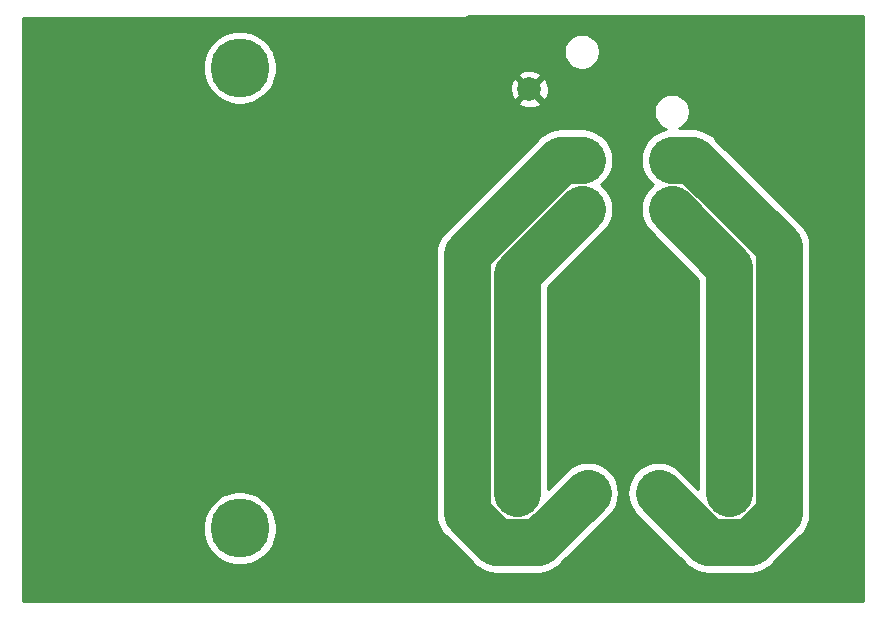
<source format=gbr>
%TF.GenerationSoftware,KiCad,Pcbnew,(5.1.10)-1*%
%TF.CreationDate,2022-11-15T17:45:26-07:00*%
%TF.ProjectId,Stepper_to_XLR4,53746570-7065-4725-9f74-6f5f584c5234,rev?*%
%TF.SameCoordinates,Original*%
%TF.FileFunction,Copper,L1,Top*%
%TF.FilePolarity,Positive*%
%FSLAX46Y46*%
G04 Gerber Fmt 4.6, Leading zero omitted, Abs format (unit mm)*
G04 Created by KiCad (PCBNEW (5.1.10)-1) date 2022-11-15 17:45:26*
%MOMM*%
%LPD*%
G01*
G04 APERTURE LIST*
%TA.AperFunction,WasherPad*%
%ADD10C,5.000000*%
%TD*%
%TA.AperFunction,ComponentPad*%
%ADD11C,2.000000*%
%TD*%
%TA.AperFunction,ComponentPad*%
%ADD12C,2.500000*%
%TD*%
%TA.AperFunction,Conductor*%
%ADD13C,4.000000*%
%TD*%
%TA.AperFunction,Conductor*%
%ADD14C,0.254000*%
%TD*%
%TA.AperFunction,Conductor*%
%ADD15C,0.100000*%
%TD*%
G04 APERTURE END LIST*
D10*
%TO.P,MH4,*%
%TO.N,*%
X19050000Y-44000000D03*
%TD*%
%TO.P,MH1,*%
%TO.N,*%
X19050000Y-5000000D03*
%TD*%
D11*
%TO.P,J1,4*%
%TO.N,Net-(J1-Pad4)*%
X60500000Y-41000000D03*
%TO.P,J1,3*%
%TO.N,Net-(J1-Pad3)*%
X54500000Y-41000000D03*
%TO.P,J1,2*%
%TO.N,Net-(J1-Pad2)*%
X48500000Y-41000000D03*
%TO.P,J1,1*%
%TO.N,Net-(J1-Pad1)*%
X42500000Y-41000000D03*
%TD*%
%TO.P,PS1,5*%
%TO.N,GND*%
X43570000Y-6815000D03*
%TO.P,PS1,4*%
%TO.N,Net-(J1-Pad4)*%
X55630000Y-16985000D03*
D12*
%TO.P,PS1,3*%
%TO.N,Net-(J1-Pad3)*%
X55630000Y-13170000D03*
%TO.P,PS1,2*%
%TO.N,Net-(J1-Pad2)*%
X48010000Y-13170000D03*
D11*
%TO.P,PS1,1*%
%TO.N,Net-(J1-Pad1)*%
X48010000Y-16985000D03*
%TD*%
D13*
%TO.N,Net-(J1-Pad4)*%
X60500000Y-21855000D02*
X55630000Y-16985000D01*
X60500000Y-41000000D02*
X60500000Y-21855000D01*
%TO.N,Net-(J1-Pad3)*%
X57369701Y-12784991D02*
X55630000Y-12784991D01*
X62239701Y-45200010D02*
X64700010Y-42739701D01*
X58700010Y-45200010D02*
X62239701Y-45200010D01*
X64700010Y-20115299D02*
X57369701Y-12784991D01*
X64700010Y-42739701D02*
X64700010Y-20115299D01*
X54500000Y-41000000D02*
X58700010Y-45200010D01*
%TO.N,Net-(J1-Pad2)*%
X46270299Y-12784991D02*
X48010000Y-12784991D01*
X38299990Y-20755299D02*
X46270299Y-12784991D01*
X38299990Y-42739701D02*
X38299990Y-20755299D01*
X40760299Y-45200010D02*
X38299990Y-42739701D01*
X44299990Y-45200010D02*
X40760299Y-45200010D01*
X48500000Y-41000000D02*
X44299990Y-45200010D01*
%TO.N,Net-(J1-Pad1)*%
X42500000Y-22495000D02*
X48010000Y-16985000D01*
X42500000Y-41000000D02*
X42500000Y-22495000D01*
%TD*%
D14*
%TO.N,GND*%
X71840000Y-50140000D02*
X660000Y-50140000D01*
X660000Y-43691229D01*
X15915000Y-43691229D01*
X15915000Y-44308771D01*
X16035476Y-44914446D01*
X16271799Y-45484979D01*
X16614886Y-45998446D01*
X17051554Y-46435114D01*
X17565021Y-46778201D01*
X18135554Y-47014524D01*
X18741229Y-47135000D01*
X19358771Y-47135000D01*
X19964446Y-47014524D01*
X20534979Y-46778201D01*
X21048446Y-46435114D01*
X21485114Y-45998446D01*
X21828201Y-45484979D01*
X22064524Y-44914446D01*
X22185000Y-44308771D01*
X22185000Y-43691229D01*
X22064524Y-43085554D01*
X21828201Y-42515021D01*
X21485114Y-42001554D01*
X21048446Y-41564886D01*
X20534979Y-41221799D01*
X19964446Y-40985476D01*
X19358771Y-40865000D01*
X18741229Y-40865000D01*
X18135554Y-40985476D01*
X17565021Y-41221799D01*
X17051554Y-41564886D01*
X16614886Y-42001554D01*
X16271799Y-42515021D01*
X16035476Y-43085554D01*
X15915000Y-43691229D01*
X660000Y-43691229D01*
X660000Y-20755299D01*
X35652242Y-20755299D01*
X35664991Y-20884743D01*
X35664990Y-42610267D01*
X35652242Y-42739701D01*
X35664990Y-42869135D01*
X35664990Y-42869142D01*
X35703117Y-43256250D01*
X35853789Y-43752950D01*
X36098467Y-44210711D01*
X36427749Y-44611942D01*
X36528296Y-44694459D01*
X38805545Y-46971709D01*
X38888058Y-47072251D01*
X39289288Y-47401533D01*
X39747049Y-47646211D01*
X40243748Y-47796883D01*
X40295257Y-47801956D01*
X40630857Y-47835010D01*
X40630864Y-47835010D01*
X40760298Y-47847758D01*
X40889732Y-47835010D01*
X44170556Y-47835010D01*
X44299990Y-47847758D01*
X44429424Y-47835010D01*
X44429432Y-47835010D01*
X44816540Y-47796883D01*
X45313240Y-47646211D01*
X45771001Y-47401533D01*
X46172231Y-47072251D01*
X46254748Y-46971704D01*
X50454755Y-42771698D01*
X50701522Y-42471011D01*
X50946201Y-42013250D01*
X51096873Y-41516551D01*
X51147748Y-41000001D01*
X51147748Y-41000000D01*
X51852252Y-41000000D01*
X51903127Y-41516549D01*
X52053799Y-42013249D01*
X52298478Y-42471010D01*
X52545245Y-42771697D01*
X56745256Y-46971709D01*
X56827769Y-47072251D01*
X57228999Y-47401533D01*
X57686760Y-47646211D01*
X58183459Y-47796883D01*
X58234968Y-47801956D01*
X58570568Y-47835010D01*
X58570575Y-47835010D01*
X58700009Y-47847758D01*
X58829443Y-47835010D01*
X62110267Y-47835010D01*
X62239701Y-47847758D01*
X62369135Y-47835010D01*
X62369143Y-47835010D01*
X62756251Y-47796883D01*
X63252951Y-47646211D01*
X63710712Y-47401533D01*
X64111942Y-47072251D01*
X64194459Y-46971704D01*
X66471710Y-44694454D01*
X66572251Y-44611942D01*
X66901533Y-44210712D01*
X67146211Y-43752951D01*
X67193557Y-43596873D01*
X67296883Y-43256252D01*
X67313695Y-43085554D01*
X67335010Y-42869143D01*
X67335010Y-42869136D01*
X67347758Y-42739702D01*
X67335010Y-42610268D01*
X67335010Y-20244733D01*
X67347758Y-20115299D01*
X67335010Y-19985865D01*
X67335010Y-19985857D01*
X67296883Y-19598749D01*
X67146211Y-19102049D01*
X66901533Y-18644288D01*
X66572251Y-18243058D01*
X66471703Y-18160540D01*
X59324464Y-11013303D01*
X59241942Y-10912750D01*
X58840712Y-10583468D01*
X58382951Y-10338790D01*
X57886251Y-10188118D01*
X57499143Y-10149991D01*
X57499135Y-10149991D01*
X57369701Y-10137243D01*
X57240267Y-10149991D01*
X56200916Y-10149991D01*
X56357095Y-10085299D01*
X56608505Y-9917312D01*
X56822312Y-9703505D01*
X56990299Y-9452095D01*
X57106011Y-9172743D01*
X57165000Y-8876184D01*
X57165000Y-8573816D01*
X57106011Y-8277257D01*
X56990299Y-7997905D01*
X56822312Y-7746495D01*
X56608505Y-7532688D01*
X56357095Y-7364701D01*
X56077743Y-7248989D01*
X55781184Y-7190000D01*
X55478816Y-7190000D01*
X55182257Y-7248989D01*
X54902905Y-7364701D01*
X54651495Y-7532688D01*
X54437688Y-7746495D01*
X54269701Y-7997905D01*
X54153989Y-8277257D01*
X54095000Y-8573816D01*
X54095000Y-8876184D01*
X54153989Y-9172743D01*
X54269701Y-9452095D01*
X54437688Y-9703505D01*
X54651495Y-9917312D01*
X54902905Y-10085299D01*
X55143892Y-10185120D01*
X55113450Y-10188118D01*
X54616750Y-10338790D01*
X54158989Y-10583468D01*
X53757759Y-10912750D01*
X53428477Y-11313980D01*
X53183799Y-11771741D01*
X53033127Y-12268441D01*
X52982251Y-12784991D01*
X53033127Y-13301541D01*
X53183799Y-13798241D01*
X53428477Y-14256002D01*
X53757759Y-14657232D01*
X54035290Y-14884996D01*
X53757759Y-15112759D01*
X53428478Y-15513990D01*
X53183799Y-15971751D01*
X53033127Y-16468451D01*
X52982252Y-16985000D01*
X53033127Y-17501549D01*
X53183799Y-17998249D01*
X53428478Y-18456010D01*
X53675245Y-18756697D01*
X57865001Y-22946454D01*
X57865000Y-40638548D01*
X56271697Y-39045245D01*
X55971010Y-38798478D01*
X55513249Y-38553799D01*
X55016549Y-38403127D01*
X54500000Y-38352252D01*
X53983451Y-38403127D01*
X53486751Y-38553799D01*
X53028990Y-38798478D01*
X52627759Y-39127759D01*
X52298478Y-39528990D01*
X52053799Y-39986751D01*
X51903127Y-40483451D01*
X51852252Y-41000000D01*
X51147748Y-41000000D01*
X51096873Y-40483451D01*
X50946201Y-39986751D01*
X50701522Y-39528990D01*
X50372241Y-39127759D01*
X49971010Y-38798478D01*
X49513249Y-38553799D01*
X49016549Y-38403127D01*
X48499999Y-38352252D01*
X47983449Y-38403127D01*
X47486750Y-38553799D01*
X47028989Y-38798478D01*
X46728302Y-39045245D01*
X45135000Y-40638547D01*
X45135000Y-23586452D01*
X49964755Y-18756697D01*
X50211522Y-18456011D01*
X50456201Y-17998250D01*
X50606873Y-17501550D01*
X50657748Y-16985000D01*
X50606873Y-16468450D01*
X50456201Y-15971751D01*
X50211522Y-15513990D01*
X49882241Y-15112759D01*
X49604710Y-14884996D01*
X49882241Y-14657232D01*
X50211523Y-14256002D01*
X50456201Y-13798241D01*
X50606873Y-13301541D01*
X50657749Y-12784991D01*
X50606873Y-12268441D01*
X50456201Y-11771741D01*
X50211523Y-11313980D01*
X49882241Y-10912750D01*
X49481011Y-10583468D01*
X49023250Y-10338790D01*
X48526550Y-10188118D01*
X48139442Y-10149991D01*
X46399732Y-10149991D01*
X46270298Y-10137243D01*
X46140864Y-10149991D01*
X46140857Y-10149991D01*
X45805257Y-10183045D01*
X45753748Y-10188118D01*
X45516785Y-10260000D01*
X45257049Y-10338790D01*
X44799288Y-10583468D01*
X44398058Y-10912750D01*
X44315545Y-11013292D01*
X36528292Y-18800545D01*
X36427750Y-18883058D01*
X36098468Y-19284288D01*
X36031916Y-19408799D01*
X35853789Y-19742050D01*
X35703117Y-20238749D01*
X35652242Y-20755299D01*
X660000Y-20755299D01*
X660000Y-4691229D01*
X15915000Y-4691229D01*
X15915000Y-5308771D01*
X16035476Y-5914446D01*
X16271799Y-6484979D01*
X16614886Y-6998446D01*
X17051554Y-7435114D01*
X17565021Y-7778201D01*
X18135554Y-8014524D01*
X18741229Y-8135000D01*
X19358771Y-8135000D01*
X19964446Y-8014524D01*
X20119223Y-7950413D01*
X42614192Y-7950413D01*
X42709956Y-8214814D01*
X42999571Y-8355704D01*
X43311108Y-8437384D01*
X43632595Y-8456718D01*
X43951675Y-8412961D01*
X44256088Y-8307795D01*
X44430044Y-8214814D01*
X44525808Y-7950413D01*
X43570000Y-6994605D01*
X42614192Y-7950413D01*
X20119223Y-7950413D01*
X20534979Y-7778201D01*
X21048446Y-7435114D01*
X21485114Y-6998446D01*
X21565863Y-6877595D01*
X41928282Y-6877595D01*
X41972039Y-7196675D01*
X42077205Y-7501088D01*
X42170186Y-7675044D01*
X42434587Y-7770808D01*
X43390395Y-6815000D01*
X43749605Y-6815000D01*
X44705413Y-7770808D01*
X44969814Y-7675044D01*
X45110704Y-7385429D01*
X45192384Y-7073892D01*
X45211718Y-6752405D01*
X45167961Y-6433325D01*
X45062795Y-6128912D01*
X44969814Y-5954956D01*
X44705413Y-5859192D01*
X43749605Y-6815000D01*
X43390395Y-6815000D01*
X42434587Y-5859192D01*
X42170186Y-5954956D01*
X42029296Y-6244571D01*
X41947616Y-6556108D01*
X41928282Y-6877595D01*
X21565863Y-6877595D01*
X21828201Y-6484979D01*
X22064524Y-5914446D01*
X22111240Y-5679587D01*
X42614192Y-5679587D01*
X43570000Y-6635395D01*
X44525808Y-5679587D01*
X44430044Y-5415186D01*
X44140429Y-5274296D01*
X43828892Y-5192616D01*
X43507405Y-5173282D01*
X43188325Y-5217039D01*
X42883912Y-5322205D01*
X42709956Y-5415186D01*
X42614192Y-5679587D01*
X22111240Y-5679587D01*
X22185000Y-5308771D01*
X22185000Y-4691229D01*
X22064524Y-4085554D01*
X21828201Y-3515021D01*
X21814033Y-3493816D01*
X46475000Y-3493816D01*
X46475000Y-3796184D01*
X46533989Y-4092743D01*
X46649701Y-4372095D01*
X46817688Y-4623505D01*
X47031495Y-4837312D01*
X47282905Y-5005299D01*
X47562257Y-5121011D01*
X47858816Y-5180000D01*
X48161184Y-5180000D01*
X48457743Y-5121011D01*
X48737095Y-5005299D01*
X48988505Y-4837312D01*
X49202312Y-4623505D01*
X49370299Y-4372095D01*
X49486011Y-4092743D01*
X49545000Y-3796184D01*
X49545000Y-3493816D01*
X49486011Y-3197257D01*
X49370299Y-2917905D01*
X49202312Y-2666495D01*
X48988505Y-2452688D01*
X48737095Y-2284701D01*
X48457743Y-2168989D01*
X48161184Y-2110000D01*
X47858816Y-2110000D01*
X47562257Y-2168989D01*
X47282905Y-2284701D01*
X47031495Y-2452688D01*
X46817688Y-2666495D01*
X46649701Y-2917905D01*
X46533989Y-3197257D01*
X46475000Y-3493816D01*
X21814033Y-3493816D01*
X21485114Y-3001554D01*
X21048446Y-2564886D01*
X20534979Y-2221799D01*
X19964446Y-1985476D01*
X19358771Y-1865000D01*
X18741229Y-1865000D01*
X18135554Y-1985476D01*
X17565021Y-2221799D01*
X17051554Y-2564886D01*
X16614886Y-3001554D01*
X16271799Y-3515021D01*
X16035476Y-4085554D01*
X15915000Y-4691229D01*
X660000Y-4691229D01*
X660000Y-760000D01*
X38137333Y-760000D01*
X38248986Y-749003D01*
X38392247Y-705546D01*
X38477456Y-660000D01*
X71840001Y-660000D01*
X71840000Y-50140000D01*
%TA.AperFunction,Conductor*%
D15*
G36*
X71840000Y-50140000D02*
G01*
X660000Y-50140000D01*
X660000Y-43691229D01*
X15915000Y-43691229D01*
X15915000Y-44308771D01*
X16035476Y-44914446D01*
X16271799Y-45484979D01*
X16614886Y-45998446D01*
X17051554Y-46435114D01*
X17565021Y-46778201D01*
X18135554Y-47014524D01*
X18741229Y-47135000D01*
X19358771Y-47135000D01*
X19964446Y-47014524D01*
X20534979Y-46778201D01*
X21048446Y-46435114D01*
X21485114Y-45998446D01*
X21828201Y-45484979D01*
X22064524Y-44914446D01*
X22185000Y-44308771D01*
X22185000Y-43691229D01*
X22064524Y-43085554D01*
X21828201Y-42515021D01*
X21485114Y-42001554D01*
X21048446Y-41564886D01*
X20534979Y-41221799D01*
X19964446Y-40985476D01*
X19358771Y-40865000D01*
X18741229Y-40865000D01*
X18135554Y-40985476D01*
X17565021Y-41221799D01*
X17051554Y-41564886D01*
X16614886Y-42001554D01*
X16271799Y-42515021D01*
X16035476Y-43085554D01*
X15915000Y-43691229D01*
X660000Y-43691229D01*
X660000Y-20755299D01*
X35652242Y-20755299D01*
X35664991Y-20884743D01*
X35664990Y-42610267D01*
X35652242Y-42739701D01*
X35664990Y-42869135D01*
X35664990Y-42869142D01*
X35703117Y-43256250D01*
X35853789Y-43752950D01*
X36098467Y-44210711D01*
X36427749Y-44611942D01*
X36528296Y-44694459D01*
X38805545Y-46971709D01*
X38888058Y-47072251D01*
X39289288Y-47401533D01*
X39747049Y-47646211D01*
X40243748Y-47796883D01*
X40295257Y-47801956D01*
X40630857Y-47835010D01*
X40630864Y-47835010D01*
X40760298Y-47847758D01*
X40889732Y-47835010D01*
X44170556Y-47835010D01*
X44299990Y-47847758D01*
X44429424Y-47835010D01*
X44429432Y-47835010D01*
X44816540Y-47796883D01*
X45313240Y-47646211D01*
X45771001Y-47401533D01*
X46172231Y-47072251D01*
X46254748Y-46971704D01*
X50454755Y-42771698D01*
X50701522Y-42471011D01*
X50946201Y-42013250D01*
X51096873Y-41516551D01*
X51147748Y-41000001D01*
X51147748Y-41000000D01*
X51852252Y-41000000D01*
X51903127Y-41516549D01*
X52053799Y-42013249D01*
X52298478Y-42471010D01*
X52545245Y-42771697D01*
X56745256Y-46971709D01*
X56827769Y-47072251D01*
X57228999Y-47401533D01*
X57686760Y-47646211D01*
X58183459Y-47796883D01*
X58234968Y-47801956D01*
X58570568Y-47835010D01*
X58570575Y-47835010D01*
X58700009Y-47847758D01*
X58829443Y-47835010D01*
X62110267Y-47835010D01*
X62239701Y-47847758D01*
X62369135Y-47835010D01*
X62369143Y-47835010D01*
X62756251Y-47796883D01*
X63252951Y-47646211D01*
X63710712Y-47401533D01*
X64111942Y-47072251D01*
X64194459Y-46971704D01*
X66471710Y-44694454D01*
X66572251Y-44611942D01*
X66901533Y-44210712D01*
X67146211Y-43752951D01*
X67193557Y-43596873D01*
X67296883Y-43256252D01*
X67313695Y-43085554D01*
X67335010Y-42869143D01*
X67335010Y-42869136D01*
X67347758Y-42739702D01*
X67335010Y-42610268D01*
X67335010Y-20244733D01*
X67347758Y-20115299D01*
X67335010Y-19985865D01*
X67335010Y-19985857D01*
X67296883Y-19598749D01*
X67146211Y-19102049D01*
X66901533Y-18644288D01*
X66572251Y-18243058D01*
X66471703Y-18160540D01*
X59324464Y-11013303D01*
X59241942Y-10912750D01*
X58840712Y-10583468D01*
X58382951Y-10338790D01*
X57886251Y-10188118D01*
X57499143Y-10149991D01*
X57499135Y-10149991D01*
X57369701Y-10137243D01*
X57240267Y-10149991D01*
X56200916Y-10149991D01*
X56357095Y-10085299D01*
X56608505Y-9917312D01*
X56822312Y-9703505D01*
X56990299Y-9452095D01*
X57106011Y-9172743D01*
X57165000Y-8876184D01*
X57165000Y-8573816D01*
X57106011Y-8277257D01*
X56990299Y-7997905D01*
X56822312Y-7746495D01*
X56608505Y-7532688D01*
X56357095Y-7364701D01*
X56077743Y-7248989D01*
X55781184Y-7190000D01*
X55478816Y-7190000D01*
X55182257Y-7248989D01*
X54902905Y-7364701D01*
X54651495Y-7532688D01*
X54437688Y-7746495D01*
X54269701Y-7997905D01*
X54153989Y-8277257D01*
X54095000Y-8573816D01*
X54095000Y-8876184D01*
X54153989Y-9172743D01*
X54269701Y-9452095D01*
X54437688Y-9703505D01*
X54651495Y-9917312D01*
X54902905Y-10085299D01*
X55143892Y-10185120D01*
X55113450Y-10188118D01*
X54616750Y-10338790D01*
X54158989Y-10583468D01*
X53757759Y-10912750D01*
X53428477Y-11313980D01*
X53183799Y-11771741D01*
X53033127Y-12268441D01*
X52982251Y-12784991D01*
X53033127Y-13301541D01*
X53183799Y-13798241D01*
X53428477Y-14256002D01*
X53757759Y-14657232D01*
X54035290Y-14884996D01*
X53757759Y-15112759D01*
X53428478Y-15513990D01*
X53183799Y-15971751D01*
X53033127Y-16468451D01*
X52982252Y-16985000D01*
X53033127Y-17501549D01*
X53183799Y-17998249D01*
X53428478Y-18456010D01*
X53675245Y-18756697D01*
X57865001Y-22946454D01*
X57865000Y-40638548D01*
X56271697Y-39045245D01*
X55971010Y-38798478D01*
X55513249Y-38553799D01*
X55016549Y-38403127D01*
X54500000Y-38352252D01*
X53983451Y-38403127D01*
X53486751Y-38553799D01*
X53028990Y-38798478D01*
X52627759Y-39127759D01*
X52298478Y-39528990D01*
X52053799Y-39986751D01*
X51903127Y-40483451D01*
X51852252Y-41000000D01*
X51147748Y-41000000D01*
X51096873Y-40483451D01*
X50946201Y-39986751D01*
X50701522Y-39528990D01*
X50372241Y-39127759D01*
X49971010Y-38798478D01*
X49513249Y-38553799D01*
X49016549Y-38403127D01*
X48499999Y-38352252D01*
X47983449Y-38403127D01*
X47486750Y-38553799D01*
X47028989Y-38798478D01*
X46728302Y-39045245D01*
X45135000Y-40638547D01*
X45135000Y-23586452D01*
X49964755Y-18756697D01*
X50211522Y-18456011D01*
X50456201Y-17998250D01*
X50606873Y-17501550D01*
X50657748Y-16985000D01*
X50606873Y-16468450D01*
X50456201Y-15971751D01*
X50211522Y-15513990D01*
X49882241Y-15112759D01*
X49604710Y-14884996D01*
X49882241Y-14657232D01*
X50211523Y-14256002D01*
X50456201Y-13798241D01*
X50606873Y-13301541D01*
X50657749Y-12784991D01*
X50606873Y-12268441D01*
X50456201Y-11771741D01*
X50211523Y-11313980D01*
X49882241Y-10912750D01*
X49481011Y-10583468D01*
X49023250Y-10338790D01*
X48526550Y-10188118D01*
X48139442Y-10149991D01*
X46399732Y-10149991D01*
X46270298Y-10137243D01*
X46140864Y-10149991D01*
X46140857Y-10149991D01*
X45805257Y-10183045D01*
X45753748Y-10188118D01*
X45516785Y-10260000D01*
X45257049Y-10338790D01*
X44799288Y-10583468D01*
X44398058Y-10912750D01*
X44315545Y-11013292D01*
X36528292Y-18800545D01*
X36427750Y-18883058D01*
X36098468Y-19284288D01*
X36031916Y-19408799D01*
X35853789Y-19742050D01*
X35703117Y-20238749D01*
X35652242Y-20755299D01*
X660000Y-20755299D01*
X660000Y-4691229D01*
X15915000Y-4691229D01*
X15915000Y-5308771D01*
X16035476Y-5914446D01*
X16271799Y-6484979D01*
X16614886Y-6998446D01*
X17051554Y-7435114D01*
X17565021Y-7778201D01*
X18135554Y-8014524D01*
X18741229Y-8135000D01*
X19358771Y-8135000D01*
X19964446Y-8014524D01*
X20119223Y-7950413D01*
X42614192Y-7950413D01*
X42709956Y-8214814D01*
X42999571Y-8355704D01*
X43311108Y-8437384D01*
X43632595Y-8456718D01*
X43951675Y-8412961D01*
X44256088Y-8307795D01*
X44430044Y-8214814D01*
X44525808Y-7950413D01*
X43570000Y-6994605D01*
X42614192Y-7950413D01*
X20119223Y-7950413D01*
X20534979Y-7778201D01*
X21048446Y-7435114D01*
X21485114Y-6998446D01*
X21565863Y-6877595D01*
X41928282Y-6877595D01*
X41972039Y-7196675D01*
X42077205Y-7501088D01*
X42170186Y-7675044D01*
X42434587Y-7770808D01*
X43390395Y-6815000D01*
X43749605Y-6815000D01*
X44705413Y-7770808D01*
X44969814Y-7675044D01*
X45110704Y-7385429D01*
X45192384Y-7073892D01*
X45211718Y-6752405D01*
X45167961Y-6433325D01*
X45062795Y-6128912D01*
X44969814Y-5954956D01*
X44705413Y-5859192D01*
X43749605Y-6815000D01*
X43390395Y-6815000D01*
X42434587Y-5859192D01*
X42170186Y-5954956D01*
X42029296Y-6244571D01*
X41947616Y-6556108D01*
X41928282Y-6877595D01*
X21565863Y-6877595D01*
X21828201Y-6484979D01*
X22064524Y-5914446D01*
X22111240Y-5679587D01*
X42614192Y-5679587D01*
X43570000Y-6635395D01*
X44525808Y-5679587D01*
X44430044Y-5415186D01*
X44140429Y-5274296D01*
X43828892Y-5192616D01*
X43507405Y-5173282D01*
X43188325Y-5217039D01*
X42883912Y-5322205D01*
X42709956Y-5415186D01*
X42614192Y-5679587D01*
X22111240Y-5679587D01*
X22185000Y-5308771D01*
X22185000Y-4691229D01*
X22064524Y-4085554D01*
X21828201Y-3515021D01*
X21814033Y-3493816D01*
X46475000Y-3493816D01*
X46475000Y-3796184D01*
X46533989Y-4092743D01*
X46649701Y-4372095D01*
X46817688Y-4623505D01*
X47031495Y-4837312D01*
X47282905Y-5005299D01*
X47562257Y-5121011D01*
X47858816Y-5180000D01*
X48161184Y-5180000D01*
X48457743Y-5121011D01*
X48737095Y-5005299D01*
X48988505Y-4837312D01*
X49202312Y-4623505D01*
X49370299Y-4372095D01*
X49486011Y-4092743D01*
X49545000Y-3796184D01*
X49545000Y-3493816D01*
X49486011Y-3197257D01*
X49370299Y-2917905D01*
X49202312Y-2666495D01*
X48988505Y-2452688D01*
X48737095Y-2284701D01*
X48457743Y-2168989D01*
X48161184Y-2110000D01*
X47858816Y-2110000D01*
X47562257Y-2168989D01*
X47282905Y-2284701D01*
X47031495Y-2452688D01*
X46817688Y-2666495D01*
X46649701Y-2917905D01*
X46533989Y-3197257D01*
X46475000Y-3493816D01*
X21814033Y-3493816D01*
X21485114Y-3001554D01*
X21048446Y-2564886D01*
X20534979Y-2221799D01*
X19964446Y-1985476D01*
X19358771Y-1865000D01*
X18741229Y-1865000D01*
X18135554Y-1985476D01*
X17565021Y-2221799D01*
X17051554Y-2564886D01*
X16614886Y-3001554D01*
X16271799Y-3515021D01*
X16035476Y-4085554D01*
X15915000Y-4691229D01*
X660000Y-4691229D01*
X660000Y-760000D01*
X38137333Y-760000D01*
X38248986Y-749003D01*
X38392247Y-705546D01*
X38477456Y-660000D01*
X71840001Y-660000D01*
X71840000Y-50140000D01*
G37*
%TD.AperFunction*%
%TD*%
M02*

</source>
